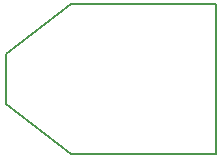
<source format=gko>
G04 DipTrace 2.4.0.2*
%INST12axis2.gko*%
%MOMM*%
%ADD11C,0.14*%
%FSLAX53Y53*%
G04*
G71*
G90*
G75*
G01*
%LNBoardOutline*%
%LPD*%
X10000Y18471D2*
D11*
X15499Y22700D1*
X27780D1*
Y10000D1*
X15499D1*
X10000Y14229D1*
Y18471D1*
M02*

</source>
